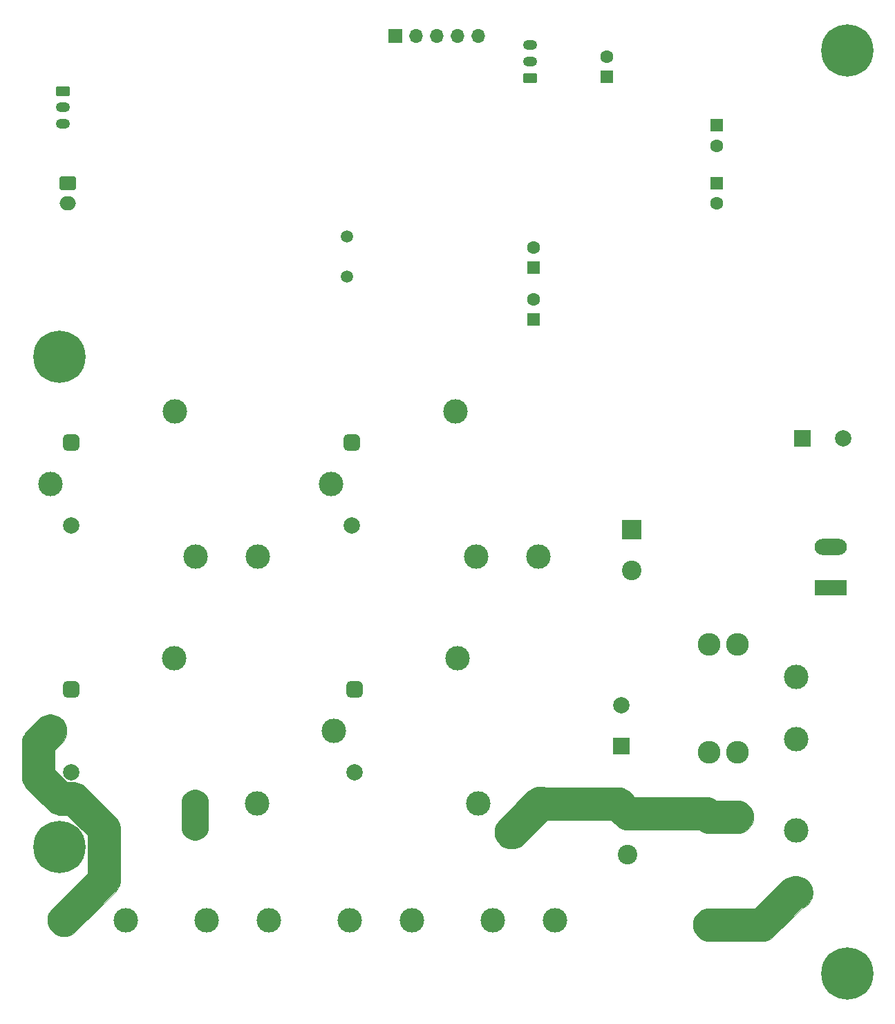
<source format=gbs>
G04 #@! TF.GenerationSoftware,KiCad,Pcbnew,8.0.7*
G04 #@! TF.CreationDate,2025-02-08T09:32:49+01:00*
G04 #@! TF.ProjectId,12VSupport,31325653-7570-4706-9f72-742e6b696361,1.2*
G04 #@! TF.SameCoordinates,Original*
G04 #@! TF.FileFunction,Soldermask,Bot*
G04 #@! TF.FilePolarity,Negative*
%FSLAX46Y46*%
G04 Gerber Fmt 4.6, Leading zero omitted, Abs format (unit mm)*
G04 Created by KiCad (PCBNEW 8.0.7) date 2025-02-08 09:32:49*
%MOMM*%
%LPD*%
G01*
G04 APERTURE LIST*
G04 Aperture macros list*
%AMRoundRect*
0 Rectangle with rounded corners*
0 $1 Rounding radius*
0 $2 $3 $4 $5 $6 $7 $8 $9 X,Y pos of 4 corners*
0 Add a 4 corners polygon primitive as box body*
4,1,4,$2,$3,$4,$5,$6,$7,$8,$9,$2,$3,0*
0 Add four circle primitives for the rounded corners*
1,1,$1+$1,$2,$3*
1,1,$1+$1,$4,$5*
1,1,$1+$1,$6,$7*
1,1,$1+$1,$8,$9*
0 Add four rect primitives between the rounded corners*
20,1,$1+$1,$2,$3,$4,$5,0*
20,1,$1+$1,$4,$5,$6,$7,0*
20,1,$1+$1,$6,$7,$8,$9,0*
20,1,$1+$1,$8,$9,$2,$3,0*%
G04 Aperture macros list end*
%ADD10C,0.120000*%
%ADD11C,0.200000*%
%ADD12C,3.000000*%
%ADD13RoundRect,0.500000X0.500000X0.500000X-0.500000X0.500000X-0.500000X-0.500000X0.500000X-0.500000X0*%
%ADD14C,2.000000*%
%ADD15C,2.780000*%
%ADD16R,1.700000X1.700000*%
%ADD17O,1.700000X1.700000*%
%ADD18C,0.800000*%
%ADD19C,6.400000*%
%ADD20C,1.500000*%
%ADD21R,2.400000X2.400000*%
%ADD22C,2.400000*%
%ADD23R,1.600000X1.600000*%
%ADD24C,1.600000*%
%ADD25R,2.000000X2.000000*%
%ADD26RoundRect,0.250000X-0.625000X0.350000X-0.625000X-0.350000X0.625000X-0.350000X0.625000X0.350000X0*%
%ADD27O,1.750000X1.200000*%
%ADD28RoundRect,0.250000X-0.750000X0.600000X-0.750000X-0.600000X0.750000X-0.600000X0.750000X0.600000X0*%
%ADD29O,2.000000X1.700000*%
%ADD30RoundRect,0.250000X0.625000X-0.350000X0.625000X0.350000X-0.625000X0.350000X-0.625000X-0.350000X0*%
%ADD31R,3.960000X1.980000*%
%ADD32O,3.960000X1.980000*%
G04 APERTURE END LIST*
D10*
X46235181Y-128348430D02*
X46487879Y-128416141D01*
X46729577Y-128516255D01*
X46956140Y-128647060D01*
X47163692Y-128806321D01*
X47348679Y-128991308D01*
X47507940Y-129198860D01*
X47638745Y-129425423D01*
X47738859Y-129667121D01*
X47806570Y-129919819D01*
X47840718Y-130179194D01*
X47840718Y-130440807D01*
X47806570Y-130700181D01*
X47738859Y-130952879D01*
X47638745Y-131194577D01*
X47507940Y-131421141D01*
X47348679Y-131628692D01*
X47259213Y-131724214D01*
X46345000Y-132638427D01*
X46345000Y-135067056D01*
X47887943Y-136610000D01*
X48710754Y-136610000D01*
X48841560Y-136614282D01*
X49100935Y-136648429D01*
X49353633Y-136716140D01*
X49595331Y-136816255D01*
X49821895Y-136947060D01*
X50029446Y-137106320D01*
X50124968Y-137195786D01*
X53804214Y-140875033D01*
X53893680Y-140970554D01*
X54052940Y-141178106D01*
X54183746Y-141404669D01*
X54283860Y-141646367D01*
X54351571Y-141899065D01*
X54368644Y-142028752D01*
X54385719Y-142158440D01*
X54385719Y-142158470D01*
X54390000Y-142289246D01*
X54390000Y-148588000D01*
X54385719Y-148718775D01*
X54385719Y-148718806D01*
X54368644Y-148848493D01*
X54351571Y-148978181D01*
X54283860Y-149230879D01*
X54183746Y-149472577D01*
X54052940Y-149699140D01*
X53893680Y-149906692D01*
X53804214Y-150002213D01*
X48912214Y-154894214D01*
X48816692Y-154983680D01*
X48609141Y-155142940D01*
X48382577Y-155273745D01*
X48140879Y-155373860D01*
X47888181Y-155441570D01*
X47628806Y-155475718D01*
X47367194Y-155475718D01*
X47107819Y-155441570D01*
X46855121Y-155373860D01*
X46613423Y-155273745D01*
X46386859Y-155142940D01*
X46179308Y-154983680D01*
X45994320Y-154798692D01*
X45835060Y-154591141D01*
X45704255Y-154364577D01*
X45604140Y-154122879D01*
X45536430Y-153870181D01*
X45502282Y-153610806D01*
X45502282Y-153349194D01*
X45536430Y-153089819D01*
X45604140Y-152837121D01*
X45704255Y-152595423D01*
X45835060Y-152368859D01*
X45994320Y-152161308D01*
X46083786Y-152065786D01*
X50390000Y-147759572D01*
X50390000Y-143117673D01*
X47882326Y-140610000D01*
X47059516Y-140610000D01*
X46928710Y-140605718D01*
X46928709Y-140605718D01*
X46898534Y-140601745D01*
X46669335Y-140571571D01*
X46416637Y-140503860D01*
X46174939Y-140403745D01*
X46160461Y-140395386D01*
X45948375Y-140272940D01*
X45815824Y-140171229D01*
X45740824Y-140113680D01*
X45740808Y-140113664D01*
X45645302Y-140024213D01*
X42930786Y-137309698D01*
X42841320Y-137214176D01*
X42682060Y-137006625D01*
X42551255Y-136780061D01*
X42451140Y-136538363D01*
X42383429Y-136285665D01*
X42349282Y-136026290D01*
X42345000Y-135895484D01*
X42345000Y-131810000D01*
X42349282Y-131679194D01*
X42383429Y-131419819D01*
X42451140Y-131167121D01*
X42551255Y-130925423D01*
X42682060Y-130698859D01*
X42841320Y-130491308D01*
X42930786Y-130395786D01*
X44430786Y-128895787D01*
X44526308Y-128806321D01*
X44733859Y-128647060D01*
X44960423Y-128516255D01*
X45202121Y-128416141D01*
X45454819Y-128348430D01*
X45714193Y-128314282D01*
X45975806Y-128314282D01*
X46235181Y-128348430D01*
G36*
X46235181Y-128348430D02*
G01*
X46487879Y-128416141D01*
X46729577Y-128516255D01*
X46956140Y-128647060D01*
X47163692Y-128806321D01*
X47348679Y-128991308D01*
X47507940Y-129198860D01*
X47638745Y-129425423D01*
X47738859Y-129667121D01*
X47806570Y-129919819D01*
X47840718Y-130179194D01*
X47840718Y-130440807D01*
X47806570Y-130700181D01*
X47738859Y-130952879D01*
X47638745Y-131194577D01*
X47507940Y-131421141D01*
X47348679Y-131628692D01*
X47259213Y-131724214D01*
X46345000Y-132638427D01*
X46345000Y-135067056D01*
X47887943Y-136610000D01*
X48710754Y-136610000D01*
X48841560Y-136614282D01*
X49100935Y-136648429D01*
X49353633Y-136716140D01*
X49595331Y-136816255D01*
X49821895Y-136947060D01*
X50029446Y-137106320D01*
X50124968Y-137195786D01*
X53804214Y-140875033D01*
X53893680Y-140970554D01*
X54052940Y-141178106D01*
X54183746Y-141404669D01*
X54283860Y-141646367D01*
X54351571Y-141899065D01*
X54368644Y-142028752D01*
X54385719Y-142158440D01*
X54385719Y-142158470D01*
X54390000Y-142289246D01*
X54390000Y-148588000D01*
X54385719Y-148718775D01*
X54385719Y-148718806D01*
X54368644Y-148848493D01*
X54351571Y-148978181D01*
X54283860Y-149230879D01*
X54183746Y-149472577D01*
X54052940Y-149699140D01*
X53893680Y-149906692D01*
X53804214Y-150002213D01*
X48912214Y-154894214D01*
X48816692Y-154983680D01*
X48609141Y-155142940D01*
X48382577Y-155273745D01*
X48140879Y-155373860D01*
X47888181Y-155441570D01*
X47628806Y-155475718D01*
X47367194Y-155475718D01*
X47107819Y-155441570D01*
X46855121Y-155373860D01*
X46613423Y-155273745D01*
X46386859Y-155142940D01*
X46179308Y-154983680D01*
X45994320Y-154798692D01*
X45835060Y-154591141D01*
X45704255Y-154364577D01*
X45604140Y-154122879D01*
X45536430Y-153870181D01*
X45502282Y-153610806D01*
X45502282Y-153349194D01*
X45536430Y-153089819D01*
X45604140Y-152837121D01*
X45704255Y-152595423D01*
X45835060Y-152368859D01*
X45994320Y-152161308D01*
X46083786Y-152065786D01*
X50390000Y-147759572D01*
X50390000Y-143117673D01*
X47882326Y-140610000D01*
X47059516Y-140610000D01*
X46928710Y-140605718D01*
X46928709Y-140605718D01*
X46898534Y-140601745D01*
X46669335Y-140571571D01*
X46416637Y-140503860D01*
X46174939Y-140403745D01*
X46160461Y-140395386D01*
X45948375Y-140272940D01*
X45815824Y-140171229D01*
X45740824Y-140113680D01*
X45740808Y-140113664D01*
X45645302Y-140024213D01*
X42930786Y-137309698D01*
X42841320Y-137214176D01*
X42682060Y-137006625D01*
X42551255Y-136780061D01*
X42451140Y-136538363D01*
X42383429Y-136285665D01*
X42349282Y-136026290D01*
X42345000Y-135895484D01*
X42345000Y-131810000D01*
X42349282Y-131679194D01*
X42383429Y-131419819D01*
X42451140Y-131167121D01*
X42551255Y-130925423D01*
X42682060Y-130698859D01*
X42841320Y-130491308D01*
X42930786Y-130395786D01*
X44430786Y-128895787D01*
X44526308Y-128806321D01*
X44733859Y-128647060D01*
X44960423Y-128516255D01*
X45202121Y-128416141D01*
X45454819Y-128348430D01*
X45714193Y-128314282D01*
X45975806Y-128314282D01*
X46235181Y-128348430D01*
G37*
D11*
X106288181Y-137248430D02*
X106540879Y-137316140D01*
X106782577Y-137416255D01*
X107009140Y-137547060D01*
X107216692Y-137706321D01*
X107401679Y-137891308D01*
X107560940Y-138098860D01*
X107691745Y-138325423D01*
X107791860Y-138567121D01*
X107859570Y-138819819D01*
X107893718Y-139079194D01*
X107893718Y-139340806D01*
X107859570Y-139600181D01*
X107791860Y-139852879D01*
X107691745Y-140094577D01*
X107560940Y-140321141D01*
X107401679Y-140528692D01*
X107312213Y-140624214D01*
X103776214Y-144160214D01*
X103680692Y-144249680D01*
X103473141Y-144408940D01*
X103246577Y-144539745D01*
X103004879Y-144639860D01*
X102752181Y-144707570D01*
X102492806Y-144741718D01*
X102231194Y-144741718D01*
X101971819Y-144707570D01*
X101719121Y-144639860D01*
X101477423Y-144539745D01*
X101250859Y-144408940D01*
X101043308Y-144249680D01*
X100858320Y-144064692D01*
X100699060Y-143857141D01*
X100568255Y-143630577D01*
X100468140Y-143388879D01*
X100400430Y-143136181D01*
X100366282Y-142876806D01*
X100366282Y-142615194D01*
X100400430Y-142355819D01*
X100468140Y-142103121D01*
X100568255Y-141861423D01*
X100699060Y-141634859D01*
X100858320Y-141427308D01*
X100947786Y-141331786D01*
X104483786Y-137795787D01*
X104579308Y-137706321D01*
X104786859Y-137547060D01*
X105013423Y-137416255D01*
X105255121Y-137316140D01*
X105507819Y-137248430D01*
X105767194Y-137214282D01*
X106028806Y-137214282D01*
X106288181Y-137248430D01*
G36*
X106288181Y-137248430D02*
G01*
X106540879Y-137316140D01*
X106782577Y-137416255D01*
X107009140Y-137547060D01*
X107216692Y-137706321D01*
X107401679Y-137891308D01*
X107560940Y-138098860D01*
X107691745Y-138325423D01*
X107791860Y-138567121D01*
X107859570Y-138819819D01*
X107893718Y-139079194D01*
X107893718Y-139340806D01*
X107859570Y-139600181D01*
X107791860Y-139852879D01*
X107691745Y-140094577D01*
X107560940Y-140321141D01*
X107401679Y-140528692D01*
X107312213Y-140624214D01*
X103776214Y-144160214D01*
X103680692Y-144249680D01*
X103473141Y-144408940D01*
X103246577Y-144539745D01*
X103004879Y-144639860D01*
X102752181Y-144707570D01*
X102492806Y-144741718D01*
X102231194Y-144741718D01*
X101971819Y-144707570D01*
X101719121Y-144639860D01*
X101477423Y-144539745D01*
X101250859Y-144408940D01*
X101043308Y-144249680D01*
X100858320Y-144064692D01*
X100699060Y-143857141D01*
X100568255Y-143630577D01*
X100468140Y-143388879D01*
X100400430Y-143136181D01*
X100366282Y-142876806D01*
X100366282Y-142615194D01*
X100400430Y-142355819D01*
X100468140Y-142103121D01*
X100568255Y-141861423D01*
X100699060Y-141634859D01*
X100858320Y-141427308D01*
X100947786Y-141331786D01*
X104483786Y-137795787D01*
X104579308Y-137706321D01*
X104786859Y-137547060D01*
X105013423Y-137416255D01*
X105255121Y-137316140D01*
X105507819Y-137248430D01*
X105767194Y-137214282D01*
X106028806Y-137214282D01*
X106288181Y-137248430D01*
G37*
D10*
X115494021Y-137214282D02*
X115753396Y-137248429D01*
X116006094Y-137316140D01*
X116247792Y-137416255D01*
X116474356Y-137547060D01*
X116681907Y-137706320D01*
X116777429Y-137795786D01*
X117414427Y-138432785D01*
X126172785Y-138432785D01*
X126303591Y-138437067D01*
X126562966Y-138471214D01*
X126815664Y-138538925D01*
X127057362Y-138639040D01*
X127283926Y-138769845D01*
X127371444Y-138837000D01*
X129977000Y-138837000D01*
X130107806Y-138841282D01*
X130367181Y-138875429D01*
X130619879Y-138943140D01*
X130861577Y-139043255D01*
X131088140Y-139174061D01*
X131295692Y-139333320D01*
X131480680Y-139518308D01*
X131639939Y-139725860D01*
X131770745Y-139952423D01*
X131870860Y-140194121D01*
X131938571Y-140446819D01*
X131972718Y-140706194D01*
X131972718Y-140967806D01*
X131938571Y-141227181D01*
X131870860Y-141479879D01*
X131770745Y-141721577D01*
X131639939Y-141948140D01*
X131480680Y-142155692D01*
X131295692Y-142340680D01*
X131088140Y-142499939D01*
X130861577Y-142630745D01*
X130619879Y-142730860D01*
X130367181Y-142798571D01*
X130107806Y-142832718D01*
X129977000Y-142837000D01*
X126577000Y-142837000D01*
X126446194Y-142832718D01*
X126446193Y-142832718D01*
X126416018Y-142828745D01*
X126186819Y-142798571D01*
X125934121Y-142730860D01*
X125692423Y-142630745D01*
X125465859Y-142499940D01*
X125378342Y-142432785D01*
X116586000Y-142432785D01*
X116455194Y-142428503D01*
X116195819Y-142394356D01*
X115943121Y-142326645D01*
X115701423Y-142226530D01*
X115474859Y-142095725D01*
X115342308Y-141994014D01*
X115267308Y-141936465D01*
X115267292Y-141936449D01*
X115171786Y-141846998D01*
X114534787Y-141210000D01*
X105898000Y-141210000D01*
X105767194Y-141205718D01*
X105507819Y-141171571D01*
X105255121Y-141103860D01*
X105013423Y-141003745D01*
X104786860Y-140872939D01*
X104579308Y-140713680D01*
X104394320Y-140528692D01*
X104235061Y-140321140D01*
X104104255Y-140094577D01*
X104004140Y-139852879D01*
X103936429Y-139600181D01*
X103902282Y-139340806D01*
X103902282Y-139079194D01*
X103936429Y-138819819D01*
X104004140Y-138567121D01*
X104104255Y-138325423D01*
X104235061Y-138098860D01*
X104394320Y-137891308D01*
X104579308Y-137706320D01*
X104786860Y-137547061D01*
X105013423Y-137416255D01*
X105255121Y-137316140D01*
X105507819Y-137248429D01*
X105767194Y-137214282D01*
X105898000Y-137210000D01*
X115363215Y-137210000D01*
X115494021Y-137214282D01*
G36*
X115494021Y-137214282D02*
G01*
X115753396Y-137248429D01*
X116006094Y-137316140D01*
X116247792Y-137416255D01*
X116474356Y-137547060D01*
X116681907Y-137706320D01*
X116777429Y-137795786D01*
X117414427Y-138432785D01*
X126172785Y-138432785D01*
X126303591Y-138437067D01*
X126562966Y-138471214D01*
X126815664Y-138538925D01*
X127057362Y-138639040D01*
X127283926Y-138769845D01*
X127371444Y-138837000D01*
X129977000Y-138837000D01*
X130107806Y-138841282D01*
X130367181Y-138875429D01*
X130619879Y-138943140D01*
X130861577Y-139043255D01*
X131088140Y-139174061D01*
X131295692Y-139333320D01*
X131480680Y-139518308D01*
X131639939Y-139725860D01*
X131770745Y-139952423D01*
X131870860Y-140194121D01*
X131938571Y-140446819D01*
X131972718Y-140706194D01*
X131972718Y-140967806D01*
X131938571Y-141227181D01*
X131870860Y-141479879D01*
X131770745Y-141721577D01*
X131639939Y-141948140D01*
X131480680Y-142155692D01*
X131295692Y-142340680D01*
X131088140Y-142499939D01*
X130861577Y-142630745D01*
X130619879Y-142730860D01*
X130367181Y-142798571D01*
X130107806Y-142832718D01*
X129977000Y-142837000D01*
X126577000Y-142837000D01*
X126446194Y-142832718D01*
X126446193Y-142832718D01*
X126416018Y-142828745D01*
X126186819Y-142798571D01*
X125934121Y-142730860D01*
X125692423Y-142630745D01*
X125465859Y-142499940D01*
X125378342Y-142432785D01*
X116586000Y-142432785D01*
X116455194Y-142428503D01*
X116195819Y-142394356D01*
X115943121Y-142326645D01*
X115701423Y-142226530D01*
X115474859Y-142095725D01*
X115342308Y-141994014D01*
X115267308Y-141936465D01*
X115267292Y-141936449D01*
X115171786Y-141846998D01*
X114534787Y-141210000D01*
X105898000Y-141210000D01*
X105767194Y-141205718D01*
X105507819Y-141171571D01*
X105255121Y-141103860D01*
X105013423Y-141003745D01*
X104786860Y-140872939D01*
X104579308Y-140713680D01*
X104394320Y-140528692D01*
X104235061Y-140321140D01*
X104104255Y-140094577D01*
X104004140Y-139852879D01*
X103936429Y-139600181D01*
X103902282Y-139340806D01*
X103902282Y-139079194D01*
X103936429Y-138819819D01*
X104004140Y-138567121D01*
X104104255Y-138325423D01*
X104235061Y-138098860D01*
X104394320Y-137891308D01*
X104579308Y-137706320D01*
X104786860Y-137547061D01*
X105013423Y-137416255D01*
X105255121Y-137316140D01*
X105507819Y-137248429D01*
X105767194Y-137214282D01*
X105898000Y-137210000D01*
X115363215Y-137210000D01*
X115494021Y-137214282D01*
G37*
D11*
X63958513Y-137654208D02*
X64197293Y-137731793D01*
X64420998Y-137845776D01*
X64624117Y-137993350D01*
X64801650Y-138170883D01*
X64949224Y-138374002D01*
X65063207Y-138597707D01*
X65140792Y-138836487D01*
X65180068Y-139084465D01*
X65185000Y-139210000D01*
X65185000Y-142071000D01*
X65180068Y-142196535D01*
X65140792Y-142444513D01*
X65063207Y-142683293D01*
X64949224Y-142906998D01*
X64801650Y-143110117D01*
X64624117Y-143287650D01*
X64420998Y-143435224D01*
X64197293Y-143549207D01*
X63958513Y-143626792D01*
X63710535Y-143666068D01*
X63459465Y-143666068D01*
X63211487Y-143626792D01*
X62972707Y-143549207D01*
X62749002Y-143435224D01*
X62545883Y-143287650D01*
X62368350Y-143110117D01*
X62220776Y-142906998D01*
X62106793Y-142683293D01*
X62029208Y-142444513D01*
X61989932Y-142196535D01*
X61985000Y-142071000D01*
X61985000Y-139210000D01*
X61989932Y-139084465D01*
X62029208Y-138836487D01*
X62106793Y-138597707D01*
X62220776Y-138374002D01*
X62368350Y-138170883D01*
X62545883Y-137993350D01*
X62749002Y-137845776D01*
X62972707Y-137731793D01*
X63211487Y-137654208D01*
X63459465Y-137614932D01*
X63710535Y-137614932D01*
X63958513Y-137654208D01*
G36*
X63958513Y-137654208D02*
G01*
X64197293Y-137731793D01*
X64420998Y-137845776D01*
X64624117Y-137993350D01*
X64801650Y-138170883D01*
X64949224Y-138374002D01*
X65063207Y-138597707D01*
X65140792Y-138836487D01*
X65180068Y-139084465D01*
X65185000Y-139210000D01*
X65185000Y-142071000D01*
X65180068Y-142196535D01*
X65140792Y-142444513D01*
X65063207Y-142683293D01*
X64949224Y-142906998D01*
X64801650Y-143110117D01*
X64624117Y-143287650D01*
X64420998Y-143435224D01*
X64197293Y-143549207D01*
X63958513Y-143626792D01*
X63710535Y-143666068D01*
X63459465Y-143666068D01*
X63211487Y-143626792D01*
X62972707Y-143549207D01*
X62749002Y-143435224D01*
X62545883Y-143287650D01*
X62368350Y-143110117D01*
X62220776Y-142906998D01*
X62106793Y-142683293D01*
X62029208Y-142444513D01*
X61989932Y-142196535D01*
X61985000Y-142071000D01*
X61985000Y-139210000D01*
X61989932Y-139084465D01*
X62029208Y-138836487D01*
X62106793Y-138597707D01*
X62220776Y-138374002D01*
X62368350Y-138170883D01*
X62545883Y-137993350D01*
X62749002Y-137845776D01*
X62972707Y-137731793D01*
X63211487Y-137654208D01*
X63459465Y-137614932D01*
X63710535Y-137614932D01*
X63958513Y-137654208D01*
G37*
D10*
X137354806Y-148118282D02*
X137614181Y-148152429D01*
X137866879Y-148220140D01*
X138108577Y-148320255D01*
X138335140Y-148451061D01*
X138542692Y-148610320D01*
X138727680Y-148795308D01*
X138886939Y-149002860D01*
X139017745Y-149229423D01*
X139117860Y-149471121D01*
X139185571Y-149723819D01*
X139219718Y-149983194D01*
X139219718Y-150244806D01*
X139185571Y-150504181D01*
X139117860Y-150756879D01*
X139017745Y-150998577D01*
X138886939Y-151225140D01*
X138727680Y-151432692D01*
X138542692Y-151617680D01*
X138335140Y-151776939D01*
X138108577Y-151907745D01*
X137931216Y-151981210D01*
X134453214Y-155459214D01*
X134357692Y-155548680D01*
X134150141Y-155707940D01*
X133923577Y-155838745D01*
X133681879Y-155938860D01*
X133429181Y-156006571D01*
X133169806Y-156040718D01*
X133039000Y-156045000D01*
X126577000Y-156045000D01*
X126446194Y-156040718D01*
X126186819Y-156006571D01*
X125934121Y-155938860D01*
X125692423Y-155838745D01*
X125465860Y-155707939D01*
X125258308Y-155548680D01*
X125073320Y-155363692D01*
X124914061Y-155156140D01*
X124783255Y-154929577D01*
X124683140Y-154687879D01*
X124615429Y-154435181D01*
X124581282Y-154175806D01*
X124581282Y-153914194D01*
X124615429Y-153654819D01*
X124683140Y-153402121D01*
X124783255Y-153160423D01*
X124914061Y-152933860D01*
X125073320Y-152726308D01*
X125258308Y-152541320D01*
X125465860Y-152382061D01*
X125692423Y-152251255D01*
X125934121Y-152151140D01*
X126186819Y-152083429D01*
X126446194Y-152049282D01*
X126577000Y-152045000D01*
X132210572Y-152045000D01*
X135555787Y-148699786D01*
X135651308Y-148610320D01*
X135858860Y-148451060D01*
X136085423Y-148320254D01*
X136327121Y-148220140D01*
X136579819Y-148152429D01*
X136717516Y-148134300D01*
X136839194Y-148118281D01*
X136839225Y-148118281D01*
X136970000Y-148114000D01*
X137224000Y-148114000D01*
X137354806Y-148118282D01*
G36*
X137354806Y-148118282D02*
G01*
X137614181Y-148152429D01*
X137866879Y-148220140D01*
X138108577Y-148320255D01*
X138335140Y-148451061D01*
X138542692Y-148610320D01*
X138727680Y-148795308D01*
X138886939Y-149002860D01*
X139017745Y-149229423D01*
X139117860Y-149471121D01*
X139185571Y-149723819D01*
X139219718Y-149983194D01*
X139219718Y-150244806D01*
X139185571Y-150504181D01*
X139117860Y-150756879D01*
X139017745Y-150998577D01*
X138886939Y-151225140D01*
X138727680Y-151432692D01*
X138542692Y-151617680D01*
X138335140Y-151776939D01*
X138108577Y-151907745D01*
X137931216Y-151981210D01*
X134453214Y-155459214D01*
X134357692Y-155548680D01*
X134150141Y-155707940D01*
X133923577Y-155838745D01*
X133681879Y-155938860D01*
X133429181Y-156006571D01*
X133169806Y-156040718D01*
X133039000Y-156045000D01*
X126577000Y-156045000D01*
X126446194Y-156040718D01*
X126186819Y-156006571D01*
X125934121Y-155938860D01*
X125692423Y-155838745D01*
X125465860Y-155707939D01*
X125258308Y-155548680D01*
X125073320Y-155363692D01*
X124914061Y-155156140D01*
X124783255Y-154929577D01*
X124683140Y-154687879D01*
X124615429Y-154435181D01*
X124581282Y-154175806D01*
X124581282Y-153914194D01*
X124615429Y-153654819D01*
X124683140Y-153402121D01*
X124783255Y-153160423D01*
X124914061Y-152933860D01*
X125073320Y-152726308D01*
X125258308Y-152541320D01*
X125465860Y-152382061D01*
X125692423Y-152251255D01*
X125934121Y-152151140D01*
X126186819Y-152083429D01*
X126446194Y-152049282D01*
X126577000Y-152045000D01*
X132210572Y-152045000D01*
X135555787Y-148699786D01*
X135651308Y-148610320D01*
X135858860Y-148451060D01*
X136085423Y-148320254D01*
X136327121Y-148220140D01*
X136579819Y-148152429D01*
X136717516Y-148134300D01*
X136839194Y-148118281D01*
X136839225Y-148118281D01*
X136970000Y-148114000D01*
X137224000Y-148114000D01*
X137354806Y-148118282D01*
G37*
D12*
X90170000Y-153480000D03*
X82550000Y-153480000D03*
X80558000Y-130310000D03*
X95758000Y-121410000D03*
X105898000Y-139210000D03*
X98298000Y-139210000D03*
D13*
X83098000Y-125210000D03*
D14*
X83098000Y-135410000D03*
D15*
X129977000Y-140837000D03*
X126577000Y-140837000D03*
X129977000Y-154045000D03*
X126577000Y-154045000D03*
D16*
X88138000Y-45212000D03*
D17*
X90678000Y-45212000D03*
X93218000Y-45212000D03*
X95758000Y-45212000D03*
X98298000Y-45212000D03*
D18*
X141110000Y-46990000D03*
X141812944Y-45292944D03*
X141812944Y-48687056D03*
X143510000Y-44590000D03*
D19*
X143510000Y-46990000D03*
D18*
X143510000Y-49390000D03*
X145207056Y-45292944D03*
X145207056Y-48687056D03*
X145910000Y-46990000D03*
D12*
X45845000Y-130310000D03*
X61045000Y-121410000D03*
X71185000Y-139210000D03*
X63585000Y-139210000D03*
D13*
X48385000Y-125210000D03*
D14*
X48385000Y-135410000D03*
D12*
X137224000Y-123698000D03*
X137224000Y-131318000D03*
D18*
X141110000Y-160020000D03*
X141812944Y-158322944D03*
X141812944Y-161717056D03*
X143510000Y-157620000D03*
D19*
X143510000Y-160020000D03*
D18*
X143510000Y-162420000D03*
X145207056Y-158322944D03*
X145207056Y-161717056D03*
X145910000Y-160020000D03*
X44590000Y-144526000D03*
X45292944Y-142828944D03*
X45292944Y-146223056D03*
X46990000Y-142126000D03*
D19*
X46990000Y-144526000D03*
D18*
X46990000Y-146926000D03*
X48687056Y-142828944D03*
X48687056Y-146223056D03*
X49390000Y-144526000D03*
X44590000Y-84501056D03*
X45292944Y-82804000D03*
X45292944Y-86198112D03*
X46990000Y-82101056D03*
D19*
X46990000Y-84501056D03*
D18*
X46990000Y-86901056D03*
X48687056Y-82804000D03*
X48687056Y-86198112D03*
X49390000Y-84501056D03*
D12*
X72644000Y-153480000D03*
X65024000Y-153480000D03*
D20*
X82169000Y-69776000D03*
X82169000Y-74676000D03*
D21*
X117094000Y-105634785D03*
D22*
X117094000Y-110634785D03*
D12*
X55118000Y-153480000D03*
X47498000Y-153480000D03*
D23*
X127508000Y-63246000D03*
D24*
X127508000Y-65746000D03*
D12*
X80262000Y-100084000D03*
X95462000Y-91184000D03*
X105602000Y-108984000D03*
X98002000Y-108984000D03*
D13*
X82802000Y-94984000D03*
D14*
X82802000Y-105184000D03*
D25*
X138002000Y-94488000D03*
D14*
X143002000Y-94488000D03*
D23*
X105029000Y-73620000D03*
D24*
X105029000Y-71120000D03*
D26*
X47413000Y-51975000D03*
D27*
X47413000Y-53975000D03*
X47413000Y-55975000D03*
D23*
X105029000Y-79945113D03*
D24*
X105029000Y-77445113D03*
D23*
X114046000Y-50252000D03*
D24*
X114046000Y-47752000D03*
D28*
X48006000Y-63246000D03*
D29*
X48006000Y-65746000D03*
D23*
X127508000Y-56174000D03*
D24*
X127508000Y-58674000D03*
D12*
X45887000Y-100086000D03*
X61087000Y-91186000D03*
X71227000Y-108986000D03*
X63627000Y-108986000D03*
D13*
X48427000Y-94986000D03*
D14*
X48427000Y-105186000D03*
D21*
X116586000Y-140432785D03*
D22*
X116586000Y-145432785D03*
D12*
X107696000Y-153480000D03*
X100076000Y-153480000D03*
X137224000Y-142494000D03*
X137224000Y-150114000D03*
D30*
X104648000Y-50355000D03*
D27*
X104648000Y-48355000D03*
X104648000Y-46355000D03*
D15*
X129977000Y-119755000D03*
X126577000Y-119755000D03*
X129977000Y-132963000D03*
X126577000Y-132963000D03*
D31*
X141478000Y-112747000D03*
D32*
X141478000Y-107747000D03*
D25*
X115824000Y-132161677D03*
D14*
X115824000Y-127161677D03*
M02*

</source>
